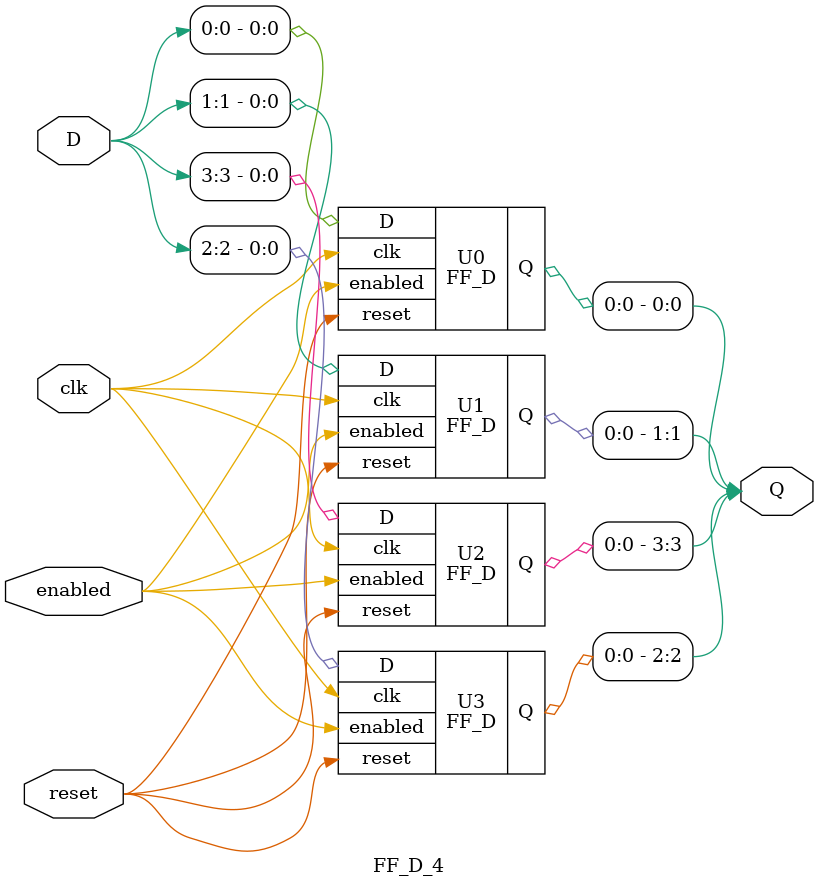
<source format=v>
module FF_D(input clk, reset, enabled, D, output reg Q);

    always @ (posedge clk, posedge reset)
        if (reset)
            Q = 1'b0;
        else if (enabled)
            Q = D;

endmodule


module FF_D_2(input clk, reset, enabled, input [1:0] D, output [1:0] Q);

    FF_D U1 (clk, reset, enabled, D[1], Q[1]);
    FF_D U0 (.clk(clk), .reset(reset), .enabled(enabled), .D(D[0]), .Q(Q[0]));

endmodule


module FF_D_4(input clk, reset, enabled, input [3:0] D, output [3:0] Q);

    FF_D U2 (clk, reset, enabled, D[3], Q[3]);
    FF_D U3 (.enabled(enabled), .D(D[2]), .clk(clk), .Q(Q[2]), .reset(reset));
    FF_D U1 (clk, reset, enabled, D[1], Q[1]);
    FF_D U0 (.clk(clk), .reset(reset), .enabled(enabled), .D(D[0]), .Q(Q[0]));

endmodule

</source>
